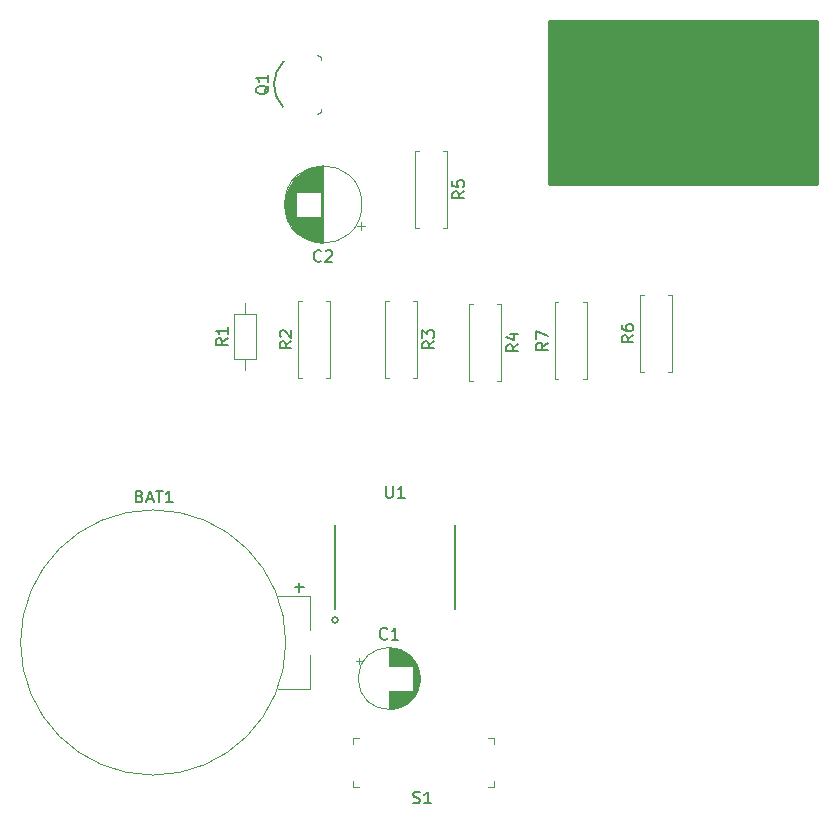
<source format=gto>
G04 #@! TF.GenerationSoftware,KiCad,Pcbnew,(5.1.5)-3*
G04 #@! TF.CreationDate,2019-12-18T19:33:25+05:30*
G04 #@! TF.ProjectId,555_Badge,3535355f-4261-4646-9765-2e6b69636164,v01*
G04 #@! TF.SameCoordinates,Original*
G04 #@! TF.FileFunction,Legend,Top*
G04 #@! TF.FilePolarity,Positive*
%FSLAX46Y46*%
G04 Gerber Fmt 4.6, Leading zero omitted, Abs format (unit mm)*
G04 Created by KiCad (PCBNEW (5.1.5)-3) date 2019-12-18 19:33:25*
%MOMM*%
%LPD*%
G04 APERTURE LIST*
%ADD10C,0.150000*%
%ADD11C,0.100000*%
%ADD12C,0.120000*%
%ADD13C,0.152400*%
%ADD14C,0.203200*%
%ADD15C,0.254000*%
G04 APERTURE END LIST*
D10*
X62619047Y-121071428D02*
X63380952Y-121071428D01*
X63000000Y-121452380D02*
X63000000Y-120690476D01*
D11*
X63957200Y-129641600D02*
X63957200Y-126796800D01*
X63957200Y-121818400D02*
X63957200Y-124663200D01*
X61214000Y-129641600D02*
X63957200Y-129641600D01*
X61214000Y-121818400D02*
X63957200Y-121818400D01*
X61874400Y-125730000D02*
G75*
G03X61874400Y-125730000I-11226800J0D01*
G01*
D12*
X73248000Y-128778000D02*
G75*
G03X73248000Y-128778000I-2620000J0D01*
G01*
X70628000Y-129818000D02*
X70628000Y-131358000D01*
X70628000Y-126198000D02*
X70628000Y-127738000D01*
X70668000Y-129818000D02*
X70668000Y-131358000D01*
X70668000Y-126198000D02*
X70668000Y-127738000D01*
X70708000Y-126199000D02*
X70708000Y-127738000D01*
X70708000Y-129818000D02*
X70708000Y-131357000D01*
X70748000Y-126200000D02*
X70748000Y-127738000D01*
X70748000Y-129818000D02*
X70748000Y-131356000D01*
X70788000Y-126202000D02*
X70788000Y-127738000D01*
X70788000Y-129818000D02*
X70788000Y-131354000D01*
X70828000Y-126205000D02*
X70828000Y-127738000D01*
X70828000Y-129818000D02*
X70828000Y-131351000D01*
X70868000Y-126209000D02*
X70868000Y-127738000D01*
X70868000Y-129818000D02*
X70868000Y-131347000D01*
X70908000Y-126213000D02*
X70908000Y-127738000D01*
X70908000Y-129818000D02*
X70908000Y-131343000D01*
X70948000Y-126217000D02*
X70948000Y-127738000D01*
X70948000Y-129818000D02*
X70948000Y-131339000D01*
X70988000Y-126222000D02*
X70988000Y-127738000D01*
X70988000Y-129818000D02*
X70988000Y-131334000D01*
X71028000Y-126228000D02*
X71028000Y-127738000D01*
X71028000Y-129818000D02*
X71028000Y-131328000D01*
X71068000Y-126235000D02*
X71068000Y-127738000D01*
X71068000Y-129818000D02*
X71068000Y-131321000D01*
X71108000Y-126242000D02*
X71108000Y-127738000D01*
X71108000Y-129818000D02*
X71108000Y-131314000D01*
X71148000Y-126250000D02*
X71148000Y-127738000D01*
X71148000Y-129818000D02*
X71148000Y-131306000D01*
X71188000Y-126258000D02*
X71188000Y-127738000D01*
X71188000Y-129818000D02*
X71188000Y-131298000D01*
X71228000Y-126267000D02*
X71228000Y-127738000D01*
X71228000Y-129818000D02*
X71228000Y-131289000D01*
X71268000Y-126277000D02*
X71268000Y-127738000D01*
X71268000Y-129818000D02*
X71268000Y-131279000D01*
X71308000Y-126287000D02*
X71308000Y-127738000D01*
X71308000Y-129818000D02*
X71308000Y-131269000D01*
X71349000Y-126298000D02*
X71349000Y-127738000D01*
X71349000Y-129818000D02*
X71349000Y-131258000D01*
X71389000Y-126310000D02*
X71389000Y-127738000D01*
X71389000Y-129818000D02*
X71389000Y-131246000D01*
X71429000Y-126323000D02*
X71429000Y-127738000D01*
X71429000Y-129818000D02*
X71429000Y-131233000D01*
X71469000Y-126336000D02*
X71469000Y-127738000D01*
X71469000Y-129818000D02*
X71469000Y-131220000D01*
X71509000Y-126350000D02*
X71509000Y-127738000D01*
X71509000Y-129818000D02*
X71509000Y-131206000D01*
X71549000Y-126364000D02*
X71549000Y-127738000D01*
X71549000Y-129818000D02*
X71549000Y-131192000D01*
X71589000Y-126380000D02*
X71589000Y-127738000D01*
X71589000Y-129818000D02*
X71589000Y-131176000D01*
X71629000Y-126396000D02*
X71629000Y-127738000D01*
X71629000Y-129818000D02*
X71629000Y-131160000D01*
X71669000Y-126413000D02*
X71669000Y-127738000D01*
X71669000Y-129818000D02*
X71669000Y-131143000D01*
X71709000Y-126430000D02*
X71709000Y-127738000D01*
X71709000Y-129818000D02*
X71709000Y-131126000D01*
X71749000Y-126449000D02*
X71749000Y-127738000D01*
X71749000Y-129818000D02*
X71749000Y-131107000D01*
X71789000Y-126468000D02*
X71789000Y-127738000D01*
X71789000Y-129818000D02*
X71789000Y-131088000D01*
X71829000Y-126488000D02*
X71829000Y-127738000D01*
X71829000Y-129818000D02*
X71829000Y-131068000D01*
X71869000Y-126510000D02*
X71869000Y-127738000D01*
X71869000Y-129818000D02*
X71869000Y-131046000D01*
X71909000Y-126531000D02*
X71909000Y-127738000D01*
X71909000Y-129818000D02*
X71909000Y-131025000D01*
X71949000Y-126554000D02*
X71949000Y-127738000D01*
X71949000Y-129818000D02*
X71949000Y-131002000D01*
X71989000Y-126578000D02*
X71989000Y-127738000D01*
X71989000Y-129818000D02*
X71989000Y-130978000D01*
X72029000Y-126603000D02*
X72029000Y-127738000D01*
X72029000Y-129818000D02*
X72029000Y-130953000D01*
X72069000Y-126629000D02*
X72069000Y-127738000D01*
X72069000Y-129818000D02*
X72069000Y-130927000D01*
X72109000Y-126656000D02*
X72109000Y-127738000D01*
X72109000Y-129818000D02*
X72109000Y-130900000D01*
X72149000Y-126683000D02*
X72149000Y-127738000D01*
X72149000Y-129818000D02*
X72149000Y-130873000D01*
X72189000Y-126713000D02*
X72189000Y-127738000D01*
X72189000Y-129818000D02*
X72189000Y-130843000D01*
X72229000Y-126743000D02*
X72229000Y-127738000D01*
X72229000Y-129818000D02*
X72229000Y-130813000D01*
X72269000Y-126774000D02*
X72269000Y-127738000D01*
X72269000Y-129818000D02*
X72269000Y-130782000D01*
X72309000Y-126807000D02*
X72309000Y-127738000D01*
X72309000Y-129818000D02*
X72309000Y-130749000D01*
X72349000Y-126841000D02*
X72349000Y-127738000D01*
X72349000Y-129818000D02*
X72349000Y-130715000D01*
X72389000Y-126877000D02*
X72389000Y-127738000D01*
X72389000Y-129818000D02*
X72389000Y-130679000D01*
X72429000Y-126914000D02*
X72429000Y-127738000D01*
X72429000Y-129818000D02*
X72429000Y-130642000D01*
X72469000Y-126952000D02*
X72469000Y-127738000D01*
X72469000Y-129818000D02*
X72469000Y-130604000D01*
X72509000Y-126993000D02*
X72509000Y-127738000D01*
X72509000Y-129818000D02*
X72509000Y-130563000D01*
X72549000Y-127035000D02*
X72549000Y-127738000D01*
X72549000Y-129818000D02*
X72549000Y-130521000D01*
X72589000Y-127079000D02*
X72589000Y-127738000D01*
X72589000Y-129818000D02*
X72589000Y-130477000D01*
X72629000Y-127125000D02*
X72629000Y-127738000D01*
X72629000Y-129818000D02*
X72629000Y-130431000D01*
X72669000Y-127173000D02*
X72669000Y-130383000D01*
X72709000Y-127224000D02*
X72709000Y-130332000D01*
X72749000Y-127278000D02*
X72749000Y-130278000D01*
X72789000Y-127335000D02*
X72789000Y-130221000D01*
X72829000Y-127395000D02*
X72829000Y-130161000D01*
X72869000Y-127459000D02*
X72869000Y-130097000D01*
X72909000Y-127527000D02*
X72909000Y-130029000D01*
X72949000Y-127600000D02*
X72949000Y-129956000D01*
X72989000Y-127680000D02*
X72989000Y-129876000D01*
X73029000Y-127767000D02*
X73029000Y-129789000D01*
X73069000Y-127863000D02*
X73069000Y-129693000D01*
X73109000Y-127973000D02*
X73109000Y-129583000D01*
X73149000Y-128101000D02*
X73149000Y-129455000D01*
X73189000Y-128260000D02*
X73189000Y-129296000D01*
X73229000Y-128494000D02*
X73229000Y-129062000D01*
X67823225Y-127303000D02*
X68323225Y-127303000D01*
X68073225Y-127053000D02*
X68073225Y-127553000D01*
X68229241Y-90800000D02*
X68229241Y-90170000D01*
X68544241Y-90485000D02*
X67914241Y-90485000D01*
X61803000Y-89048000D02*
X61803000Y-88244000D01*
X61843000Y-89279000D02*
X61843000Y-88013000D01*
X61883000Y-89448000D02*
X61883000Y-87844000D01*
X61923000Y-89586000D02*
X61923000Y-87706000D01*
X61963000Y-89705000D02*
X61963000Y-87587000D01*
X62003000Y-89811000D02*
X62003000Y-87481000D01*
X62043000Y-89908000D02*
X62043000Y-87384000D01*
X62083000Y-89996000D02*
X62083000Y-87296000D01*
X62123000Y-90078000D02*
X62123000Y-87214000D01*
X62163000Y-90155000D02*
X62163000Y-87137000D01*
X62203000Y-90227000D02*
X62203000Y-87065000D01*
X62243000Y-90296000D02*
X62243000Y-86996000D01*
X62283000Y-90360000D02*
X62283000Y-86932000D01*
X62323000Y-90422000D02*
X62323000Y-86870000D01*
X62363000Y-90480000D02*
X62363000Y-86812000D01*
X62403000Y-90536000D02*
X62403000Y-86756000D01*
X62443000Y-90590000D02*
X62443000Y-86702000D01*
X62483000Y-90641000D02*
X62483000Y-86651000D01*
X62523000Y-90690000D02*
X62523000Y-86602000D01*
X62563000Y-90738000D02*
X62563000Y-86554000D01*
X62603000Y-90783000D02*
X62603000Y-86509000D01*
X62643000Y-90828000D02*
X62643000Y-86464000D01*
X62683000Y-90870000D02*
X62683000Y-86422000D01*
X62723000Y-90911000D02*
X62723000Y-86381000D01*
X62763000Y-87606000D02*
X62763000Y-86341000D01*
X62763000Y-90951000D02*
X62763000Y-89686000D01*
X62803000Y-87606000D02*
X62803000Y-86303000D01*
X62803000Y-90989000D02*
X62803000Y-89686000D01*
X62843000Y-87606000D02*
X62843000Y-86266000D01*
X62843000Y-91026000D02*
X62843000Y-89686000D01*
X62883000Y-87606000D02*
X62883000Y-86230000D01*
X62883000Y-91062000D02*
X62883000Y-89686000D01*
X62923000Y-87606000D02*
X62923000Y-86196000D01*
X62923000Y-91096000D02*
X62923000Y-89686000D01*
X62963000Y-87606000D02*
X62963000Y-86162000D01*
X62963000Y-91130000D02*
X62963000Y-89686000D01*
X63003000Y-87606000D02*
X63003000Y-86130000D01*
X63003000Y-91162000D02*
X63003000Y-89686000D01*
X63043000Y-87606000D02*
X63043000Y-86098000D01*
X63043000Y-91194000D02*
X63043000Y-89686000D01*
X63083000Y-87606000D02*
X63083000Y-86068000D01*
X63083000Y-91224000D02*
X63083000Y-89686000D01*
X63123000Y-87606000D02*
X63123000Y-86039000D01*
X63123000Y-91253000D02*
X63123000Y-89686000D01*
X63163000Y-87606000D02*
X63163000Y-86010000D01*
X63163000Y-91282000D02*
X63163000Y-89686000D01*
X63203000Y-87606000D02*
X63203000Y-85982000D01*
X63203000Y-91310000D02*
X63203000Y-89686000D01*
X63243000Y-87606000D02*
X63243000Y-85956000D01*
X63243000Y-91336000D02*
X63243000Y-89686000D01*
X63283000Y-87606000D02*
X63283000Y-85930000D01*
X63283000Y-91362000D02*
X63283000Y-89686000D01*
X63323000Y-87606000D02*
X63323000Y-85904000D01*
X63323000Y-91388000D02*
X63323000Y-89686000D01*
X63363000Y-87606000D02*
X63363000Y-85880000D01*
X63363000Y-91412000D02*
X63363000Y-89686000D01*
X63403000Y-87606000D02*
X63403000Y-85856000D01*
X63403000Y-91436000D02*
X63403000Y-89686000D01*
X63443000Y-87606000D02*
X63443000Y-85834000D01*
X63443000Y-91458000D02*
X63443000Y-89686000D01*
X63483000Y-87606000D02*
X63483000Y-85812000D01*
X63483000Y-91480000D02*
X63483000Y-89686000D01*
X63523000Y-87606000D02*
X63523000Y-85790000D01*
X63523000Y-91502000D02*
X63523000Y-89686000D01*
X63563000Y-87606000D02*
X63563000Y-85770000D01*
X63563000Y-91522000D02*
X63563000Y-89686000D01*
X63603000Y-87606000D02*
X63603000Y-85750000D01*
X63603000Y-91542000D02*
X63603000Y-89686000D01*
X63643000Y-87606000D02*
X63643000Y-85730000D01*
X63643000Y-91562000D02*
X63643000Y-89686000D01*
X63683000Y-87606000D02*
X63683000Y-85712000D01*
X63683000Y-91580000D02*
X63683000Y-89686000D01*
X63723000Y-87606000D02*
X63723000Y-85694000D01*
X63723000Y-91598000D02*
X63723000Y-89686000D01*
X63763000Y-87606000D02*
X63763000Y-85676000D01*
X63763000Y-91616000D02*
X63763000Y-89686000D01*
X63803000Y-87606000D02*
X63803000Y-85660000D01*
X63803000Y-91632000D02*
X63803000Y-89686000D01*
X63843000Y-87606000D02*
X63843000Y-85644000D01*
X63843000Y-91648000D02*
X63843000Y-89686000D01*
X63883000Y-87606000D02*
X63883000Y-85628000D01*
X63883000Y-91664000D02*
X63883000Y-89686000D01*
X63923000Y-87606000D02*
X63923000Y-85613000D01*
X63923000Y-91679000D02*
X63923000Y-89686000D01*
X63963000Y-87606000D02*
X63963000Y-85599000D01*
X63963000Y-91693000D02*
X63963000Y-89686000D01*
X64003000Y-87606000D02*
X64003000Y-85585000D01*
X64003000Y-91707000D02*
X64003000Y-89686000D01*
X64043000Y-87606000D02*
X64043000Y-85572000D01*
X64043000Y-91720000D02*
X64043000Y-89686000D01*
X64083000Y-87606000D02*
X64083000Y-85560000D01*
X64083000Y-91732000D02*
X64083000Y-89686000D01*
X64123000Y-87606000D02*
X64123000Y-85548000D01*
X64123000Y-91744000D02*
X64123000Y-89686000D01*
X64163000Y-87606000D02*
X64163000Y-85536000D01*
X64163000Y-91756000D02*
X64163000Y-89686000D01*
X64203000Y-87606000D02*
X64203000Y-85525000D01*
X64203000Y-91767000D02*
X64203000Y-89686000D01*
X64243000Y-87606000D02*
X64243000Y-85515000D01*
X64243000Y-91777000D02*
X64243000Y-89686000D01*
X64283000Y-87606000D02*
X64283000Y-85505000D01*
X64283000Y-91787000D02*
X64283000Y-89686000D01*
X64323000Y-87606000D02*
X64323000Y-85496000D01*
X64323000Y-91796000D02*
X64323000Y-89686000D01*
X64364000Y-87606000D02*
X64364000Y-85487000D01*
X64364000Y-91805000D02*
X64364000Y-89686000D01*
X64404000Y-87606000D02*
X64404000Y-85479000D01*
X64404000Y-91813000D02*
X64404000Y-89686000D01*
X64444000Y-87606000D02*
X64444000Y-85471000D01*
X64444000Y-91821000D02*
X64444000Y-89686000D01*
X64484000Y-87606000D02*
X64484000Y-85464000D01*
X64484000Y-91828000D02*
X64484000Y-89686000D01*
X64524000Y-87606000D02*
X64524000Y-85457000D01*
X64524000Y-91835000D02*
X64524000Y-89686000D01*
X64564000Y-87606000D02*
X64564000Y-85451000D01*
X64564000Y-91841000D02*
X64564000Y-89686000D01*
X64604000Y-87606000D02*
X64604000Y-85445000D01*
X64604000Y-91847000D02*
X64604000Y-89686000D01*
X64644000Y-87606000D02*
X64644000Y-85440000D01*
X64644000Y-91852000D02*
X64644000Y-89686000D01*
X64684000Y-87606000D02*
X64684000Y-85435000D01*
X64684000Y-91857000D02*
X64684000Y-89686000D01*
X64724000Y-87606000D02*
X64724000Y-85431000D01*
X64724000Y-91861000D02*
X64724000Y-89686000D01*
X64764000Y-87606000D02*
X64764000Y-85428000D01*
X64764000Y-91864000D02*
X64764000Y-89686000D01*
X64804000Y-87606000D02*
X64804000Y-85424000D01*
X64804000Y-91868000D02*
X64804000Y-89686000D01*
X64844000Y-91870000D02*
X64844000Y-85422000D01*
X64884000Y-91873000D02*
X64884000Y-85419000D01*
X64924000Y-91874000D02*
X64924000Y-85418000D01*
X64964000Y-91876000D02*
X64964000Y-85416000D01*
X65004000Y-91876000D02*
X65004000Y-85416000D01*
X65044000Y-91876000D02*
X65044000Y-85416000D01*
X68314000Y-88646000D02*
G75*
G03X68314000Y-88646000I-3270000J0D01*
G01*
X99716335Y-77915392D02*
G75*
G03X96484000Y-77758484I-1672335J-1078608D01*
G01*
X99716335Y-80072608D02*
G75*
G02X96484000Y-80229516I-1672335J1078608D01*
G01*
X99085130Y-77914163D02*
G75*
G03X97003039Y-77914000I-1041130J-1079837D01*
G01*
X99085130Y-80073837D02*
G75*
G02X97003039Y-80074000I-1041130J1079837D01*
G01*
X96484000Y-77758000D02*
X96484000Y-77914000D01*
X96484000Y-80074000D02*
X96484000Y-80230000D01*
X90318335Y-77407392D02*
G75*
G03X87086000Y-77250484I-1672335J-1078608D01*
G01*
X90318335Y-79564608D02*
G75*
G02X87086000Y-79721516I-1672335J1078608D01*
G01*
X89687130Y-77406163D02*
G75*
G03X87605039Y-77406000I-1041130J-1079837D01*
G01*
X89687130Y-79565837D02*
G75*
G02X87605039Y-79566000I-1041130J1079837D01*
G01*
X87086000Y-77250000D02*
X87086000Y-77406000D01*
X87086000Y-79566000D02*
X87086000Y-79722000D01*
D11*
X64846000Y-80836000D02*
X64546000Y-80986000D01*
X64846000Y-80536000D02*
X64846000Y-80836000D01*
X64846000Y-76136000D02*
X64846000Y-76436000D01*
X64846000Y-76136000D02*
X64546000Y-75986000D01*
D10*
X61696000Y-76536000D02*
G75*
G03X61646000Y-80386000I1900000J-1950000D01*
G01*
D12*
X57500000Y-101742000D02*
X59340000Y-101742000D01*
X59340000Y-101742000D02*
X59340000Y-97902000D01*
X59340000Y-97902000D02*
X57500000Y-97902000D01*
X57500000Y-97902000D02*
X57500000Y-101742000D01*
X58420000Y-102692000D02*
X58420000Y-101742000D01*
X58420000Y-96952000D02*
X58420000Y-97902000D01*
X63222000Y-103346000D02*
X62892000Y-103346000D01*
X62892000Y-103346000D02*
X62892000Y-96806000D01*
X62892000Y-96806000D02*
X63222000Y-96806000D01*
X65302000Y-103346000D02*
X65632000Y-103346000D01*
X65632000Y-103346000D02*
X65632000Y-96806000D01*
X65632000Y-96806000D02*
X65302000Y-96806000D01*
X70258000Y-103346000D02*
X70588000Y-103346000D01*
X70258000Y-96806000D02*
X70258000Y-103346000D01*
X70588000Y-96806000D02*
X70258000Y-96806000D01*
X72998000Y-103346000D02*
X72668000Y-103346000D01*
X72998000Y-96806000D02*
X72998000Y-103346000D01*
X72668000Y-96806000D02*
X72998000Y-96806000D01*
X79780000Y-97060000D02*
X80110000Y-97060000D01*
X80110000Y-97060000D02*
X80110000Y-103600000D01*
X80110000Y-103600000D02*
X79780000Y-103600000D01*
X77700000Y-97060000D02*
X77370000Y-97060000D01*
X77370000Y-97060000D02*
X77370000Y-103600000D01*
X77370000Y-103600000D02*
X77700000Y-103600000D01*
X75208000Y-84106000D02*
X75538000Y-84106000D01*
X75538000Y-84106000D02*
X75538000Y-90646000D01*
X75538000Y-90646000D02*
X75208000Y-90646000D01*
X73128000Y-84106000D02*
X72798000Y-84106000D01*
X72798000Y-84106000D02*
X72798000Y-90646000D01*
X72798000Y-90646000D02*
X73128000Y-90646000D01*
X94588000Y-96298000D02*
X94258000Y-96298000D01*
X94588000Y-102838000D02*
X94588000Y-96298000D01*
X94258000Y-102838000D02*
X94588000Y-102838000D01*
X91848000Y-96298000D02*
X92178000Y-96298000D01*
X91848000Y-102838000D02*
X91848000Y-96298000D01*
X92178000Y-102838000D02*
X91848000Y-102838000D01*
X87370000Y-96920000D02*
X87040000Y-96920000D01*
X87370000Y-103460000D02*
X87370000Y-96920000D01*
X87040000Y-103460000D02*
X87370000Y-103460000D01*
X84630000Y-96920000D02*
X84960000Y-96920000D01*
X84630000Y-103460000D02*
X84630000Y-96920000D01*
X84960000Y-103460000D02*
X84630000Y-103460000D01*
D11*
X67606000Y-133790000D02*
X68106000Y-133790000D01*
X67606000Y-133790000D02*
X67606000Y-134290000D01*
X79506000Y-133790000D02*
X79006000Y-133790000D01*
X79506000Y-133790000D02*
X79506000Y-134290000D01*
X79506000Y-137990000D02*
X79006000Y-137990000D01*
X79506000Y-137990000D02*
X79506000Y-137490000D01*
X67606000Y-137990000D02*
X67606000Y-137490000D01*
X67606000Y-137990000D02*
X68106000Y-137990000D01*
D13*
X66040000Y-115824000D02*
X66040000Y-122936000D01*
X76200000Y-115824000D02*
X76200000Y-122936000D01*
D14*
X66294000Y-123825000D02*
G75*
G03X66294000Y-123825000I-254000J0D01*
G01*
D10*
X49494274Y-113352271D02*
X49637131Y-113399890D01*
X49684750Y-113447509D01*
X49732369Y-113542747D01*
X49732369Y-113685604D01*
X49684750Y-113780842D01*
X49637131Y-113828461D01*
X49541893Y-113876080D01*
X49160940Y-113876080D01*
X49160940Y-112876080D01*
X49494274Y-112876080D01*
X49589512Y-112923700D01*
X49637131Y-112971319D01*
X49684750Y-113066557D01*
X49684750Y-113161795D01*
X49637131Y-113257033D01*
X49589512Y-113304652D01*
X49494274Y-113352271D01*
X49160940Y-113352271D01*
X50113321Y-113590366D02*
X50589512Y-113590366D01*
X50018083Y-113876080D02*
X50351417Y-112876080D01*
X50684750Y-113876080D01*
X50875226Y-112876080D02*
X51446655Y-112876080D01*
X51160940Y-113876080D02*
X51160940Y-112876080D01*
X52303798Y-113876080D02*
X51732369Y-113876080D01*
X52018083Y-113876080D02*
X52018083Y-112876080D01*
X51922845Y-113018938D01*
X51827607Y-113114176D01*
X51732369Y-113161795D01*
X70461333Y-125385142D02*
X70413714Y-125432761D01*
X70270857Y-125480380D01*
X70175619Y-125480380D01*
X70032761Y-125432761D01*
X69937523Y-125337523D01*
X69889904Y-125242285D01*
X69842285Y-125051809D01*
X69842285Y-124908952D01*
X69889904Y-124718476D01*
X69937523Y-124623238D01*
X70032761Y-124528000D01*
X70175619Y-124480380D01*
X70270857Y-124480380D01*
X70413714Y-124528000D01*
X70461333Y-124575619D01*
X71413714Y-125480380D02*
X70842285Y-125480380D01*
X71128000Y-125480380D02*
X71128000Y-124480380D01*
X71032761Y-124623238D01*
X70937523Y-124718476D01*
X70842285Y-124766095D01*
X64877333Y-93403142D02*
X64829714Y-93450761D01*
X64686857Y-93498380D01*
X64591619Y-93498380D01*
X64448761Y-93450761D01*
X64353523Y-93355523D01*
X64305904Y-93260285D01*
X64258285Y-93069809D01*
X64258285Y-92926952D01*
X64305904Y-92736476D01*
X64353523Y-92641238D01*
X64448761Y-92546000D01*
X64591619Y-92498380D01*
X64686857Y-92498380D01*
X64829714Y-92546000D01*
X64877333Y-92593619D01*
X65258285Y-92593619D02*
X65305904Y-92546000D01*
X65401142Y-92498380D01*
X65639238Y-92498380D01*
X65734476Y-92546000D01*
X65782095Y-92593619D01*
X65829714Y-92688857D01*
X65829714Y-92784095D01*
X65782095Y-92926952D01*
X65210666Y-93498380D01*
X65829714Y-93498380D01*
X97305904Y-76486380D02*
X97305904Y-75486380D01*
X97544000Y-75486380D01*
X97686857Y-75534000D01*
X97782095Y-75629238D01*
X97829714Y-75724476D01*
X97877333Y-75914952D01*
X97877333Y-76057809D01*
X97829714Y-76248285D01*
X97782095Y-76343523D01*
X97686857Y-76438761D01*
X97544000Y-76486380D01*
X97305904Y-76486380D01*
X98829714Y-76486380D02*
X98258285Y-76486380D01*
X98544000Y-76486380D02*
X98544000Y-75486380D01*
X98448761Y-75629238D01*
X98353523Y-75724476D01*
X98258285Y-75772095D01*
X87907904Y-75978380D02*
X87907904Y-74978380D01*
X88146000Y-74978380D01*
X88288857Y-75026000D01*
X88384095Y-75121238D01*
X88431714Y-75216476D01*
X88479333Y-75406952D01*
X88479333Y-75549809D01*
X88431714Y-75740285D01*
X88384095Y-75835523D01*
X88288857Y-75930761D01*
X88146000Y-75978380D01*
X87907904Y-75978380D01*
X88860285Y-75073619D02*
X88907904Y-75026000D01*
X89003142Y-74978380D01*
X89241238Y-74978380D01*
X89336476Y-75026000D01*
X89384095Y-75073619D01*
X89431714Y-75168857D01*
X89431714Y-75264095D01*
X89384095Y-75406952D01*
X88812666Y-75978380D01*
X89431714Y-75978380D01*
X60443619Y-78581238D02*
X60396000Y-78676476D01*
X60300761Y-78771714D01*
X60157904Y-78914571D01*
X60110285Y-79009809D01*
X60110285Y-79105047D01*
X60348380Y-79057428D02*
X60300761Y-79152666D01*
X60205523Y-79247904D01*
X60015047Y-79295523D01*
X59681714Y-79295523D01*
X59491238Y-79247904D01*
X59396000Y-79152666D01*
X59348380Y-79057428D01*
X59348380Y-78866952D01*
X59396000Y-78771714D01*
X59491238Y-78676476D01*
X59681714Y-78628857D01*
X60015047Y-78628857D01*
X60205523Y-78676476D01*
X60300761Y-78771714D01*
X60348380Y-78866952D01*
X60348380Y-79057428D01*
X60348380Y-77676476D02*
X60348380Y-78247904D01*
X60348380Y-77962190D02*
X59348380Y-77962190D01*
X59491238Y-78057428D01*
X59586476Y-78152666D01*
X59634095Y-78247904D01*
X56952380Y-99988666D02*
X56476190Y-100322000D01*
X56952380Y-100560095D02*
X55952380Y-100560095D01*
X55952380Y-100179142D01*
X56000000Y-100083904D01*
X56047619Y-100036285D01*
X56142857Y-99988666D01*
X56285714Y-99988666D01*
X56380952Y-100036285D01*
X56428571Y-100083904D01*
X56476190Y-100179142D01*
X56476190Y-100560095D01*
X56952380Y-99036285D02*
X56952380Y-99607714D01*
X56952380Y-99322000D02*
X55952380Y-99322000D01*
X56095238Y-99417238D01*
X56190476Y-99512476D01*
X56238095Y-99607714D01*
X62344380Y-100242666D02*
X61868190Y-100576000D01*
X62344380Y-100814095D02*
X61344380Y-100814095D01*
X61344380Y-100433142D01*
X61392000Y-100337904D01*
X61439619Y-100290285D01*
X61534857Y-100242666D01*
X61677714Y-100242666D01*
X61772952Y-100290285D01*
X61820571Y-100337904D01*
X61868190Y-100433142D01*
X61868190Y-100814095D01*
X61439619Y-99861714D02*
X61392000Y-99814095D01*
X61344380Y-99718857D01*
X61344380Y-99480761D01*
X61392000Y-99385523D01*
X61439619Y-99337904D01*
X61534857Y-99290285D01*
X61630095Y-99290285D01*
X61772952Y-99337904D01*
X62344380Y-99909333D01*
X62344380Y-99290285D01*
X74450380Y-100242666D02*
X73974190Y-100576000D01*
X74450380Y-100814095D02*
X73450380Y-100814095D01*
X73450380Y-100433142D01*
X73498000Y-100337904D01*
X73545619Y-100290285D01*
X73640857Y-100242666D01*
X73783714Y-100242666D01*
X73878952Y-100290285D01*
X73926571Y-100337904D01*
X73974190Y-100433142D01*
X73974190Y-100814095D01*
X73450380Y-99909333D02*
X73450380Y-99290285D01*
X73831333Y-99623619D01*
X73831333Y-99480761D01*
X73878952Y-99385523D01*
X73926571Y-99337904D01*
X74021809Y-99290285D01*
X74259904Y-99290285D01*
X74355142Y-99337904D01*
X74402761Y-99385523D01*
X74450380Y-99480761D01*
X74450380Y-99766476D01*
X74402761Y-99861714D01*
X74355142Y-99909333D01*
X81562380Y-100496666D02*
X81086190Y-100830000D01*
X81562380Y-101068095D02*
X80562380Y-101068095D01*
X80562380Y-100687142D01*
X80610000Y-100591904D01*
X80657619Y-100544285D01*
X80752857Y-100496666D01*
X80895714Y-100496666D01*
X80990952Y-100544285D01*
X81038571Y-100591904D01*
X81086190Y-100687142D01*
X81086190Y-101068095D01*
X80895714Y-99639523D02*
X81562380Y-99639523D01*
X80514761Y-99877619D02*
X81229047Y-100115714D01*
X81229047Y-99496666D01*
X76990380Y-87542666D02*
X76514190Y-87876000D01*
X76990380Y-88114095D02*
X75990380Y-88114095D01*
X75990380Y-87733142D01*
X76038000Y-87637904D01*
X76085619Y-87590285D01*
X76180857Y-87542666D01*
X76323714Y-87542666D01*
X76418952Y-87590285D01*
X76466571Y-87637904D01*
X76514190Y-87733142D01*
X76514190Y-88114095D01*
X75990380Y-86637904D02*
X75990380Y-87114095D01*
X76466571Y-87161714D01*
X76418952Y-87114095D01*
X76371333Y-87018857D01*
X76371333Y-86780761D01*
X76418952Y-86685523D01*
X76466571Y-86637904D01*
X76561809Y-86590285D01*
X76799904Y-86590285D01*
X76895142Y-86637904D01*
X76942761Y-86685523D01*
X76990380Y-86780761D01*
X76990380Y-87018857D01*
X76942761Y-87114095D01*
X76895142Y-87161714D01*
X91300380Y-99734666D02*
X90824190Y-100068000D01*
X91300380Y-100306095D02*
X90300380Y-100306095D01*
X90300380Y-99925142D01*
X90348000Y-99829904D01*
X90395619Y-99782285D01*
X90490857Y-99734666D01*
X90633714Y-99734666D01*
X90728952Y-99782285D01*
X90776571Y-99829904D01*
X90824190Y-99925142D01*
X90824190Y-100306095D01*
X90300380Y-98877523D02*
X90300380Y-99068000D01*
X90348000Y-99163238D01*
X90395619Y-99210857D01*
X90538476Y-99306095D01*
X90728952Y-99353714D01*
X91109904Y-99353714D01*
X91205142Y-99306095D01*
X91252761Y-99258476D01*
X91300380Y-99163238D01*
X91300380Y-98972761D01*
X91252761Y-98877523D01*
X91205142Y-98829904D01*
X91109904Y-98782285D01*
X90871809Y-98782285D01*
X90776571Y-98829904D01*
X90728952Y-98877523D01*
X90681333Y-98972761D01*
X90681333Y-99163238D01*
X90728952Y-99258476D01*
X90776571Y-99306095D01*
X90871809Y-99353714D01*
X84082380Y-100356666D02*
X83606190Y-100690000D01*
X84082380Y-100928095D02*
X83082380Y-100928095D01*
X83082380Y-100547142D01*
X83130000Y-100451904D01*
X83177619Y-100404285D01*
X83272857Y-100356666D01*
X83415714Y-100356666D01*
X83510952Y-100404285D01*
X83558571Y-100451904D01*
X83606190Y-100547142D01*
X83606190Y-100928095D01*
X83082380Y-100023333D02*
X83082380Y-99356666D01*
X84082380Y-99785238D01*
X72654095Y-139314761D02*
X72796952Y-139362380D01*
X73035047Y-139362380D01*
X73130285Y-139314761D01*
X73177904Y-139267142D01*
X73225523Y-139171904D01*
X73225523Y-139076666D01*
X73177904Y-138981428D01*
X73130285Y-138933809D01*
X73035047Y-138886190D01*
X72844571Y-138838571D01*
X72749333Y-138790952D01*
X72701714Y-138743333D01*
X72654095Y-138648095D01*
X72654095Y-138552857D01*
X72701714Y-138457619D01*
X72749333Y-138410000D01*
X72844571Y-138362380D01*
X73082666Y-138362380D01*
X73225523Y-138410000D01*
X74177904Y-139362380D02*
X73606476Y-139362380D01*
X73892190Y-139362380D02*
X73892190Y-138362380D01*
X73796952Y-138505238D01*
X73701714Y-138600476D01*
X73606476Y-138648095D01*
X70358095Y-112482380D02*
X70358095Y-113291904D01*
X70405714Y-113387142D01*
X70453333Y-113434761D01*
X70548571Y-113482380D01*
X70739047Y-113482380D01*
X70834285Y-113434761D01*
X70881904Y-113387142D01*
X70929523Y-113291904D01*
X70929523Y-112482380D01*
X71929523Y-113482380D02*
X71358095Y-113482380D01*
X71643809Y-113482380D02*
X71643809Y-112482380D01*
X71548571Y-112625238D01*
X71453333Y-112720476D01*
X71358095Y-112768095D01*
D15*
G36*
X106873000Y-86873000D02*
G01*
X84127000Y-86873000D01*
X84127000Y-73127000D01*
X106873000Y-73127000D01*
X106873000Y-86873000D01*
G37*
X106873000Y-86873000D02*
X84127000Y-86873000D01*
X84127000Y-73127000D01*
X106873000Y-73127000D01*
X106873000Y-86873000D01*
M02*

</source>
